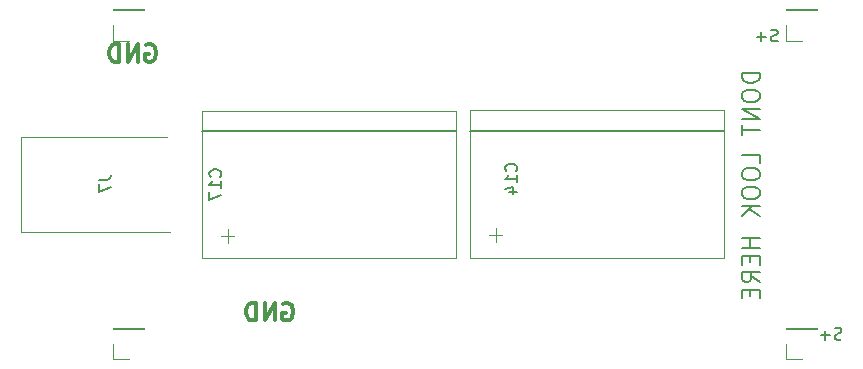
<source format=gbr>
%TF.GenerationSoftware,KiCad,Pcbnew,(6.0.0)*%
%TF.CreationDate,2022-01-25T09:42:25-07:00*%
%TF.ProjectId,SolarGPS,536f6c61-7247-4505-932e-6b696361645f,rev?*%
%TF.SameCoordinates,Original*%
%TF.FileFunction,Legend,Bot*%
%TF.FilePolarity,Positive*%
%FSLAX46Y46*%
G04 Gerber Fmt 4.6, Leading zero omitted, Abs format (unit mm)*
G04 Created by KiCad (PCBNEW (6.0.0)) date 2022-01-25 09:42:25*
%MOMM*%
%LPD*%
G01*
G04 APERTURE LIST*
%ADD10C,0.300000*%
%ADD11C,0.200000*%
%ADD12C,0.150000*%
%ADD13C,0.120000*%
G04 APERTURE END LIST*
D10*
X66092857Y-73600000D02*
X66235714Y-73528571D01*
X66450000Y-73528571D01*
X66664285Y-73600000D01*
X66807142Y-73742857D01*
X66878571Y-73885714D01*
X66950000Y-74171428D01*
X66950000Y-74385714D01*
X66878571Y-74671428D01*
X66807142Y-74814285D01*
X66664285Y-74957142D01*
X66450000Y-75028571D01*
X66307142Y-75028571D01*
X66092857Y-74957142D01*
X66021428Y-74885714D01*
X66021428Y-74385714D01*
X66307142Y-74385714D01*
X65378571Y-75028571D02*
X65378571Y-73528571D01*
X64521428Y-75028571D01*
X64521428Y-73528571D01*
X63807142Y-75028571D02*
X63807142Y-73528571D01*
X63450000Y-73528571D01*
X63235714Y-73600000D01*
X63092857Y-73742857D01*
X63021428Y-73885714D01*
X62950000Y-74171428D01*
X62950000Y-74385714D01*
X63021428Y-74671428D01*
X63092857Y-74814285D01*
X63235714Y-74957142D01*
X63450000Y-75028571D01*
X63807142Y-75028571D01*
D11*
X107954761Y-51354761D02*
X107811904Y-51402380D01*
X107573809Y-51402380D01*
X107478571Y-51354761D01*
X107430952Y-51307142D01*
X107383333Y-51211904D01*
X107383333Y-51116666D01*
X107430952Y-51021428D01*
X107478571Y-50973809D01*
X107573809Y-50926190D01*
X107764285Y-50878571D01*
X107859523Y-50830952D01*
X107907142Y-50783333D01*
X107954761Y-50688095D01*
X107954761Y-50592857D01*
X107907142Y-50497619D01*
X107859523Y-50450000D01*
X107764285Y-50402380D01*
X107526190Y-50402380D01*
X107383333Y-50450000D01*
X106954761Y-51021428D02*
X106192857Y-51021428D01*
X106573809Y-51402380D02*
X106573809Y-50640476D01*
X113354761Y-76604761D02*
X113211904Y-76652380D01*
X112973809Y-76652380D01*
X112878571Y-76604761D01*
X112830952Y-76557142D01*
X112783333Y-76461904D01*
X112783333Y-76366666D01*
X112830952Y-76271428D01*
X112878571Y-76223809D01*
X112973809Y-76176190D01*
X113164285Y-76128571D01*
X113259523Y-76080952D01*
X113307142Y-76033333D01*
X113354761Y-75938095D01*
X113354761Y-75842857D01*
X113307142Y-75747619D01*
X113259523Y-75700000D01*
X113164285Y-75652380D01*
X112926190Y-75652380D01*
X112783333Y-75700000D01*
X112354761Y-76271428D02*
X111592857Y-76271428D01*
X111973809Y-76652380D02*
X111973809Y-75890476D01*
D10*
X54492857Y-51700000D02*
X54635714Y-51628571D01*
X54850000Y-51628571D01*
X55064285Y-51700000D01*
X55207142Y-51842857D01*
X55278571Y-51985714D01*
X55350000Y-52271428D01*
X55350000Y-52485714D01*
X55278571Y-52771428D01*
X55207142Y-52914285D01*
X55064285Y-53057142D01*
X54850000Y-53128571D01*
X54707142Y-53128571D01*
X54492857Y-53057142D01*
X54421428Y-52985714D01*
X54421428Y-52485714D01*
X54707142Y-52485714D01*
X53778571Y-53128571D02*
X53778571Y-51628571D01*
X52921428Y-53128571D01*
X52921428Y-51628571D01*
X52207142Y-53128571D02*
X52207142Y-51628571D01*
X51850000Y-51628571D01*
X51635714Y-51700000D01*
X51492857Y-51842857D01*
X51421428Y-51985714D01*
X51350000Y-52271428D01*
X51350000Y-52485714D01*
X51421428Y-52771428D01*
X51492857Y-52914285D01*
X51635714Y-53057142D01*
X51850000Y-53128571D01*
X52207142Y-53128571D01*
D11*
X106428571Y-54078571D02*
X104928571Y-54078571D01*
X104928571Y-54435714D01*
X105000000Y-54650000D01*
X105142857Y-54792857D01*
X105285714Y-54864285D01*
X105571428Y-54935714D01*
X105785714Y-54935714D01*
X106071428Y-54864285D01*
X106214285Y-54792857D01*
X106357142Y-54650000D01*
X106428571Y-54435714D01*
X106428571Y-54078571D01*
X104928571Y-55864285D02*
X104928571Y-56150000D01*
X105000000Y-56292857D01*
X105142857Y-56435714D01*
X105428571Y-56507142D01*
X105928571Y-56507142D01*
X106214285Y-56435714D01*
X106357142Y-56292857D01*
X106428571Y-56150000D01*
X106428571Y-55864285D01*
X106357142Y-55721428D01*
X106214285Y-55578571D01*
X105928571Y-55507142D01*
X105428571Y-55507142D01*
X105142857Y-55578571D01*
X105000000Y-55721428D01*
X104928571Y-55864285D01*
X106428571Y-57150000D02*
X104928571Y-57150000D01*
X106428571Y-58007142D01*
X104928571Y-58007142D01*
X104928571Y-58507142D02*
X104928571Y-59364285D01*
X106428571Y-58935714D02*
X104928571Y-58935714D01*
X106428571Y-61721428D02*
X106428571Y-61007142D01*
X104928571Y-61007142D01*
X104928571Y-62507142D02*
X104928571Y-62792857D01*
X105000000Y-62935714D01*
X105142857Y-63078571D01*
X105428571Y-63150000D01*
X105928571Y-63150000D01*
X106214285Y-63078571D01*
X106357142Y-62935714D01*
X106428571Y-62792857D01*
X106428571Y-62507142D01*
X106357142Y-62364285D01*
X106214285Y-62221428D01*
X105928571Y-62150000D01*
X105428571Y-62150000D01*
X105142857Y-62221428D01*
X105000000Y-62364285D01*
X104928571Y-62507142D01*
X104928571Y-64078571D02*
X104928571Y-64364285D01*
X105000000Y-64507142D01*
X105142857Y-64650000D01*
X105428571Y-64721428D01*
X105928571Y-64721428D01*
X106214285Y-64650000D01*
X106357142Y-64507142D01*
X106428571Y-64364285D01*
X106428571Y-64078571D01*
X106357142Y-63935714D01*
X106214285Y-63792857D01*
X105928571Y-63721428D01*
X105428571Y-63721428D01*
X105142857Y-63792857D01*
X105000000Y-63935714D01*
X104928571Y-64078571D01*
X106428571Y-65364285D02*
X104928571Y-65364285D01*
X106428571Y-66221428D02*
X105571428Y-65578571D01*
X104928571Y-66221428D02*
X105785714Y-65364285D01*
X106428571Y-68007142D02*
X104928571Y-68007142D01*
X105642857Y-68007142D02*
X105642857Y-68864285D01*
X106428571Y-68864285D02*
X104928571Y-68864285D01*
X105642857Y-69578571D02*
X105642857Y-70078571D01*
X106428571Y-70292857D02*
X106428571Y-69578571D01*
X104928571Y-69578571D01*
X104928571Y-70292857D01*
X106428571Y-71792857D02*
X105714285Y-71292857D01*
X106428571Y-70935714D02*
X104928571Y-70935714D01*
X104928571Y-71507142D01*
X105000000Y-71650000D01*
X105071428Y-71721428D01*
X105214285Y-71792857D01*
X105428571Y-71792857D01*
X105571428Y-71721428D01*
X105642857Y-71650000D01*
X105714285Y-71507142D01*
X105714285Y-70935714D01*
X105642857Y-72435714D02*
X105642857Y-72935714D01*
X106428571Y-73150000D02*
X106428571Y-72435714D01*
X104928571Y-72435714D01*
X104928571Y-73150000D01*
D12*
%TO.C,J7*%
X50502380Y-63116666D02*
X51216666Y-63116666D01*
X51359523Y-63069047D01*
X51454761Y-62973809D01*
X51502380Y-62830952D01*
X51502380Y-62735714D01*
X50502380Y-63497619D02*
X50502380Y-64164285D01*
X51502380Y-63735714D01*
%TO.C,C17*%
X60757142Y-62857142D02*
X60804761Y-62809523D01*
X60852380Y-62666666D01*
X60852380Y-62571428D01*
X60804761Y-62428571D01*
X60709523Y-62333333D01*
X60614285Y-62285714D01*
X60423809Y-62238095D01*
X60280952Y-62238095D01*
X60090476Y-62285714D01*
X59995238Y-62333333D01*
X59900000Y-62428571D01*
X59852380Y-62571428D01*
X59852380Y-62666666D01*
X59900000Y-62809523D01*
X59947619Y-62857142D01*
X60852380Y-63809523D02*
X60852380Y-63238095D01*
X60852380Y-63523809D02*
X59852380Y-63523809D01*
X59995238Y-63428571D01*
X60090476Y-63333333D01*
X60138095Y-63238095D01*
X59852380Y-64142857D02*
X59852380Y-64809523D01*
X60852380Y-64380952D01*
%TO.C,C14*%
X85807142Y-62357142D02*
X85854761Y-62309523D01*
X85902380Y-62166666D01*
X85902380Y-62071428D01*
X85854761Y-61928571D01*
X85759523Y-61833333D01*
X85664285Y-61785714D01*
X85473809Y-61738095D01*
X85330952Y-61738095D01*
X85140476Y-61785714D01*
X85045238Y-61833333D01*
X84950000Y-61928571D01*
X84902380Y-62071428D01*
X84902380Y-62166666D01*
X84950000Y-62309523D01*
X84997619Y-62357142D01*
X85902380Y-63309523D02*
X85902380Y-62738095D01*
X85902380Y-63023809D02*
X84902380Y-63023809D01*
X85045238Y-62928571D01*
X85140476Y-62833333D01*
X85188095Y-62738095D01*
X85235714Y-64166666D02*
X85902380Y-64166666D01*
X84854761Y-63928571D02*
X85569047Y-63690476D01*
X85569047Y-64309523D01*
D13*
%TO.C,J2*%
X108670000Y-48670000D02*
X111330000Y-48670000D01*
X108670000Y-51330000D02*
X110000000Y-51330000D01*
X111330000Y-48730000D02*
X111330000Y-48670000D01*
X108670000Y-48730000D02*
X108670000Y-48670000D01*
X108670000Y-50000000D02*
X108670000Y-51330000D01*
X108670000Y-48730000D02*
X111330000Y-48730000D01*
%TO.C,J5*%
X108670000Y-78330000D02*
X110000000Y-78330000D01*
X108670000Y-75730000D02*
X108670000Y-75670000D01*
X108670000Y-77000000D02*
X108670000Y-78330000D01*
X108670000Y-75730000D02*
X111330000Y-75730000D01*
X111330000Y-75730000D02*
X111330000Y-75670000D01*
X108670000Y-75670000D02*
X111330000Y-75670000D01*
%TO.C,J6*%
X51670000Y-78330000D02*
X53000000Y-78330000D01*
X54330000Y-75730000D02*
X54330000Y-75670000D01*
X51670000Y-75730000D02*
X54330000Y-75730000D01*
X51670000Y-77000000D02*
X51670000Y-78330000D01*
X51670000Y-75730000D02*
X51670000Y-75670000D01*
X51670000Y-75670000D02*
X54330000Y-75670000D01*
%TO.C,J7*%
X43920000Y-59500000D02*
X56250000Y-59500000D01*
X43920000Y-67500000D02*
X43920000Y-59500000D01*
X56500000Y-67500000D02*
X43920000Y-67500000D01*
%TO.C,J3*%
X51670000Y-48730000D02*
X54330000Y-48730000D01*
X51670000Y-50000000D02*
X51670000Y-51330000D01*
X51670000Y-51330000D02*
X53000000Y-51330000D01*
X51670000Y-48670000D02*
X54330000Y-48670000D01*
X54330000Y-48730000D02*
X54330000Y-48670000D01*
X51670000Y-48730000D02*
X51670000Y-48670000D01*
%TO.C,C17*%
X59200000Y-57250000D02*
X80700000Y-57250000D01*
X80700000Y-57250000D02*
X80700000Y-69750000D01*
X61400000Y-68450000D02*
X61400000Y-67250000D01*
X59200000Y-69750000D02*
X59200000Y-57250000D01*
D11*
X80700000Y-59000000D02*
X59200000Y-59000000D01*
D13*
X80700000Y-69750000D02*
X59200000Y-69750000D01*
X61900000Y-67850000D02*
X60800000Y-67850000D01*
%TO.C,C14*%
X81900000Y-69700000D02*
X81900000Y-57200000D01*
X81900000Y-57200000D02*
X103400000Y-57200000D01*
D11*
X103400000Y-58950000D02*
X81900000Y-58950000D01*
D13*
X103400000Y-69700000D02*
X81900000Y-69700000D01*
X84100000Y-68400000D02*
X84100000Y-67200000D01*
X103400000Y-57200000D02*
X103400000Y-69700000D01*
X84600000Y-67800000D02*
X83500000Y-67800000D01*
%TD*%
M02*

</source>
